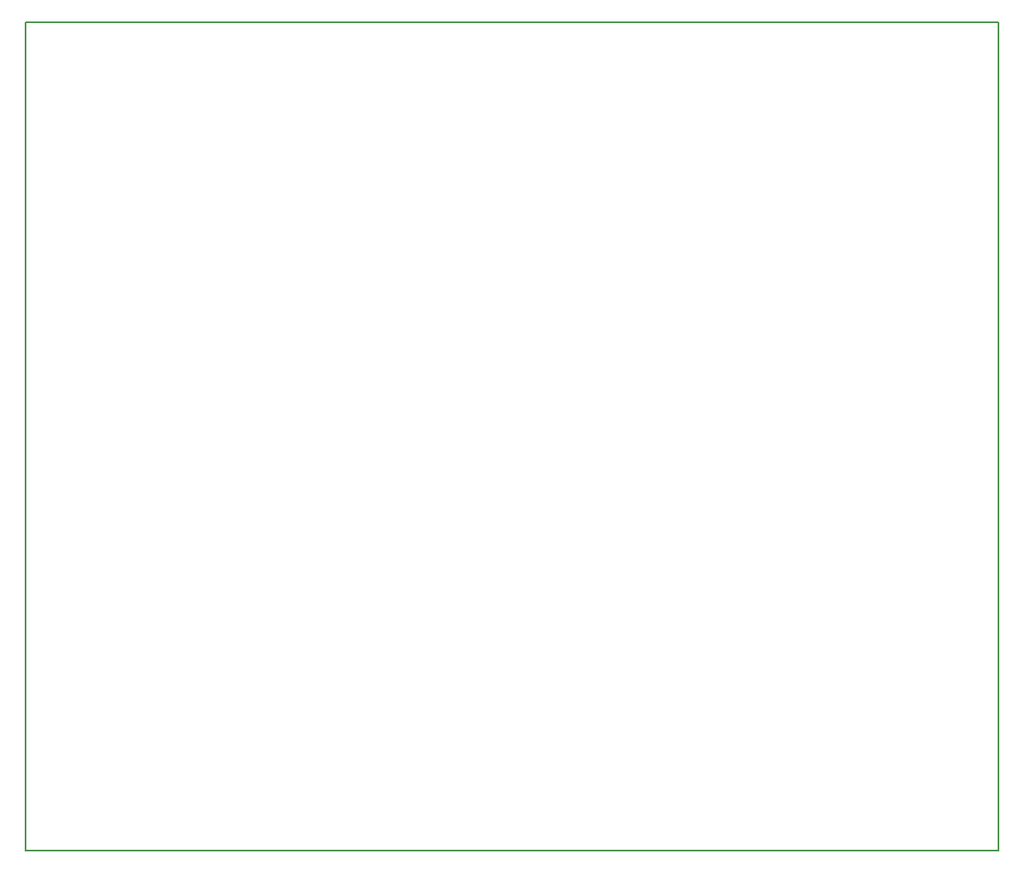
<source format=gm1>
G04 #@! TF.GenerationSoftware,KiCad,Pcbnew,5.0.1-33cea8e~68~ubuntu16.04.1*
G04 #@! TF.CreationDate,2018-11-29T12:11:28+01:00*
G04 #@! TF.ProjectId,midi_controller_pcb,6D6964695F636F6E74726F6C6C65725F,rev?*
G04 #@! TF.SameCoordinates,Original*
G04 #@! TF.FileFunction,Profile,NP*
%FSLAX46Y46*%
G04 Gerber Fmt 4.6, Leading zero omitted, Abs format (unit mm)*
G04 Created by KiCad (PCBNEW 5.0.1-33cea8e~68~ubuntu16.04.1) date Do 29 Nov 2018 12:11:28 CET*
%MOMM*%
%LPD*%
G01*
G04 APERTURE LIST*
%ADD10C,0.200000*%
G04 APERTURE END LIST*
D10*
X94869000Y-139700000D02*
X194818000Y-139700000D01*
X94869000Y-54610000D02*
X94869000Y-139700000D01*
X194818000Y-54610000D02*
X94869000Y-54610000D01*
X194818000Y-139700000D02*
X194818000Y-54610000D01*
M02*

</source>
